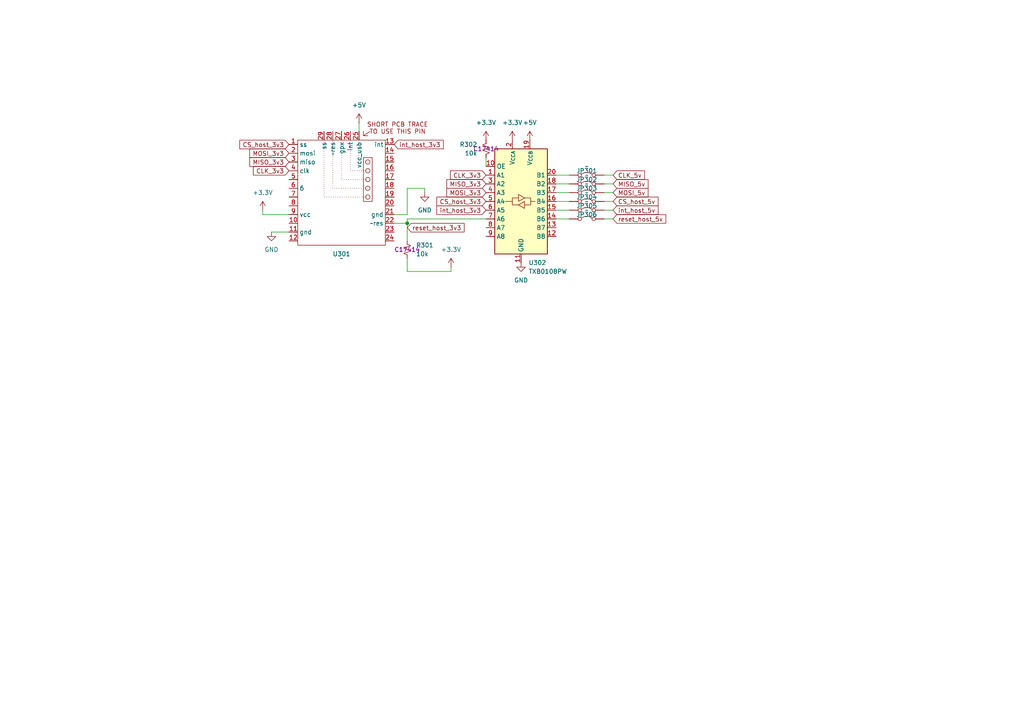
<source format=kicad_sch>
(kicad_sch (version 20250114) (generator "eeschema") (generator_version "9.0")
  (paper "A4")
  (lib_symbols
    (symbol "Device:R_Small_US" (pin_numbers (hide yes)) (pin_names (offset 0.254) (hide yes))
      (property "Reference" "R" (at 0.762 0.508 0))
      (property "Value" "R_Small_US" (at 0.762 -1.016 0))
      (symbol "R_Small_US_1_1"
        (polyline (pts (xy 0 1.524) (xy 1.016 1.143) (xy 0 0.762) (xy -1.016 0.381) (xy 0 0)))
        (polyline (pts (xy 0 0) (xy 1.016 -0.381) (xy 0 -0.762) (xy -1.016 -1.143) (xy 0 -1.524)))
        (pin passive line (at 0 2.54 270) (length 1.016) (name "~") (number "1"))
        (pin passive line (at 0 -2.54 90) (length 1.016) (name "~") (number "2"))
      )
    )
    (symbol "Jumper:Jumper_2_Bridged" (pin_numbers (hide yes)) (pin_names (offset 0) (hide yes))
      (property "Reference" "JP" (at 0 1.905 0))
      (property "Value" "Jumper_2_Bridged" (at 0 -2.54 0))
      (symbol "Jumper_2_Bridged_0_0"
        (circle (center -2.032 0) (radius 0.508))
        (circle (center 2.032 0) (radius 0.508))
      )
      (symbol "Jumper_2_Bridged_0_1"
        (arc (start -1.524 0.254) (mid 0 0.762) (end 1.524 0.254))
      )
      (symbol "Jumper_2_Bridged_1_1"
        (pin passive line (at -5.08 0 0) (length 2.54) (name "A") (number "1"))
        (pin passive line (at 5.08 0 180) (length 2.54) (name "B") (number "2"))
      )
    )
    (symbol "Logic_LevelTranslator:TXB0108PW"
      (property "Reference" "U" (at -6.35 16.51 0))
      (property "Value" "TXB0108PW" (at 3.81 16.51 0))
      (symbol "TXB0108PW_0_1"
        (rectangle (start -7.62 15.24) (end 7.62 -15.24) (stroke (width 0.254)) (fill (type background)))
        (polyline (pts (xy -2.54 0) (xy -2.54 1.016) (xy -0.762 1.016)))
        (polyline (pts (xy -0.762 -1.016) (xy -2.54 -1.016) (xy -2.54 0) (xy -4.572 0)))
        (polyline (pts (xy -0.762 -1.016) (xy 1.016 0) (xy 1.016 -2.032) (xy -0.762 -1.016)))
        (polyline (pts (xy 1.016 1.016) (xy -0.762 0) (xy -0.762 2.032) (xy 1.016 1.016)))
        (polyline (pts (xy 1.016 1.016) (xy 2.794 1.016) (xy 2.794 0) (xy 4.064 0)))
        (polyline (pts (xy 2.794 0) (xy 2.794 -1.016) (xy 1.016 -1.016)))
      )
      (symbol "TXB0108PW_1_1"
        (pin input line (at -10.16 10.16 0) (length 2.54) (name "OE") (number "10"))
        (pin bidirectional line (at -10.16 7.62 0) (length 2.54) (name "A1") (number "1"))
        (pin bidirectional line (at -10.16 5.08 0) (length 2.54) (name "A2") (number "3"))
        (pin bidirectional line (at -10.16 2.54 0) (length 2.54) (name "A3") (number "4"))
        (pin bidirectional line (at -10.16 0 0) (length 2.54) (name "A4") (number "5"))
        (pin bidirectional line (at -10.16 -2.54 0) (length 2.54) (name "A5") (number "6"))
        (pin bidirectional line (at -10.16 -5.08 0) (length 2.54) (name "A6") (number "7"))
        (pin bidirectional line (at -10.16 -7.62 0) (length 2.54) (name "A7") (number "8"))
        (pin bidirectional line (at -10.16 -10.16 0) (length 2.54) (name "A8") (number "9"))
        (pin power_in line (at -2.54 17.78 270) (length 2.54) (name "V_{CCA}") (number "2"))
        (pin power_in line (at 0 -17.78 90) (length 2.54) (name "GND") (number "11"))
        (pin power_in line (at 2.54 17.78 270) (length 2.54) (name "V_{CCB}") (number "19"))
        (pin bidirectional line (at 10.16 7.62 180) (length 2.54) (name "B1") (number "20"))
        (pin bidirectional line (at 10.16 5.08 180) (length 2.54) (name "B2") (number "18"))
        (pin bidirectional line (at 10.16 2.54 180) (length 2.54) (name "B3") (number "17"))
        (pin bidirectional line (at 10.16 0 180) (length 2.54) (name "B4") (number "16"))
        (pin bidirectional line (at 10.16 -2.54 180) (length 2.54) (name "B5") (number "15"))
        (pin bidirectional line (at 10.16 -5.08 180) (length 2.54) (name "B6") (number "14"))
        (pin bidirectional line (at 10.16 -7.62 180) (length 2.54) (name "B7") (number "13"))
        (pin bidirectional line (at 10.16 -10.16 180) (length 2.54) (name "B8") (number "12"))
      )
    )
    (symbol "modules_symbols:max_3421e_ali_board"
      (property "Reference" "U" (at 4.572 -9.144 0))
      (symbol "max_3421e_ali_board_0_1"
        (rectangle (start -2.54 7.62) (end 22.86 -22.86))
        (rectangle (start 16.51 2.54) (end 19.05 -10.16))
        (polyline (pts (xy 18.415 10.16) (xy 16.51 8.89) (xy 16.51 10.16) (xy 16.51 8.89) (xy 17.78 8.89)))
      )
      (symbol "max_3421e_ali_board_1_1"
        (polyline (pts (xy 5.08 7.62) (xy 5.08 -8.89) (xy 17.78 -8.89)) (stroke (width 0) (type dot)))
        (polyline (pts (xy 10.16 7.62) (xy 10.16 -3.81) (xy 17.78 -3.81)) (stroke (width 0) (type dot)))
        (polyline (pts (xy 12.7 7.62) (xy 12.7 -1.27) (xy 17.78 -1.27)) (stroke (width 0) (type dot)))
        (polyline (pts (xy 17.78 1.27) (xy 15.24 1.27) (xy 15.24 7.62)) (stroke (width 0) (type dot)))
        (circle (center 17.78 1.27) (radius 0.635))
        (circle (center 17.78 -1.27) (radius 0.635))
        (circle (center 17.78 -3.81) (radius 0.635))
        (polyline (pts (xy 17.78 -6.35) (xy 8.89 -6.35) (xy 7.62 -6.35) (xy 7.62 7.62)) (stroke (width 0) (type dot)))
        (circle (center 17.78 -6.35) (radius 0.635))
        (circle (center 17.78 -8.89) (radius 0.635))
        (text "SHORT PCB TRACE\nTO USE THIS PIN" (at 26.416 11.176 0) (effects (font (size 1.27 1.27))))
        (pin input line (at -5.08 6.35 0) (length 2.54) (name "ss") (number "1"))
        (pin input line (at -5.08 3.81 0) (length 2.54) (name "mosi") (number "2"))
        (pin input line (at -5.08 1.27 0) (length 2.54) (name "miso") (number "3"))
        (pin input line (at -5.08 -1.27 0) (length 2.54) (name "clk") (number "4"))
        (pin input line (at -5.08 -3.81 0) (length 2.54) (name "") (number "5"))
        (pin input line (at -5.08 -6.35 0) (length 2.54) (name "6") (number "6"))
        (pin input line (at -5.08 -8.89 0) (length 2.54) (name "") (number "7"))
        (pin input line (at -5.08 -11.43 0) (length 2.54) (name "") (number "8"))
        (pin input line (at -5.08 -13.97 0) (length 2.54) (name "vcc") (number "9"))
        (pin input line (at -5.08 -16.51 0) (length 2.54) (name "") (number "10"))
        (pin input line (at -5.08 -19.05 0) (length 2.54) (name "gnd") (number "11"))
        (pin input line (at -5.08 -21.59 0) (length 2.54) (name "") (number "12"))
        (pin input line (at 5.08 10.16 270) (length 2.54) (name "ss") (number "29"))
        (pin input line (at 7.62 10.16 270) (length 2.54) (name "~res") (number "28"))
        (pin input line (at 10.16 10.16 270) (length 2.54) (name "gpx") (number "27"))
        (pin input line (at 12.7 10.16 270) (length 2.54) (name "int") (number "26"))
        (pin input line (at 15.24 10.16 270) (length 2.54) (name "vcc_usb") (number "25"))
        (pin input line (at 25.4 6.35 180) (length 2.54) (name "int") (number "13"))
        (pin input line (at 25.4 3.81 180) (length 2.54) (name "") (number "14"))
        (pin input line (at 25.4 1.27 180) (length 2.54) (name "") (number "15"))
        (pin input line (at 25.4 -1.27 180) (length 2.54) (name "") (number "16"))
        (pin input line (at 25.4 -3.81 180) (length 2.54) (name "") (number "17"))
        (pin input line (at 25.4 -6.35 180) (length 2.54) (name "") (number "18"))
        (pin input line (at 25.4 -8.89 180) (length 2.54) (name "") (number "19"))
        (pin input line (at 25.4 -11.43 180) (length 2.54) (name "") (number "20"))
        (pin input line (at 25.4 -13.97 180) (length 2.54) (name "gnd") (number "21"))
        (pin input line (at 25.4 -16.51 180) (length 2.54) (name "~res") (number "22"))
        (pin input line (at 25.4 -19.05 180) (length 2.54) (name "") (number "23"))
        (pin input line (at 25.4 -21.59 180) (length 2.54) (name "") (number "24"))
      )
    )
    (symbol "power:+3.3V" (power) (pin_numbers (hide yes)) (pin_names (offset 0) (hide yes))
      (property "Value" "+3.3V" (at 0 3.556 0))
      (symbol "+3.3V_0_1"
        (polyline (pts (xy -0.762 1.27) (xy 0 2.54)))
        (polyline (pts (xy 0 2.54) (xy 0.762 1.27)))
        (polyline (pts (xy 0 0) (xy 0 2.54)))
      )
      (symbol "+3.3V_1_1"
        (pin power_in line (at 0 0 90) (length 0) (name "~") (number "1"))
      )
    )
    (symbol "power:+5V" (power) (pin_numbers (hide yes)) (pin_names (offset 0) (hide yes))
      (property "Value" "+5V" (at 0 3.556 0))
      (symbol "+5V_0_1"
        (polyline (pts (xy -0.762 1.27) (xy 0 2.54)))
        (polyline (pts (xy 0 2.54) (xy 0.762 1.27)))
        (polyline (pts (xy 0 0) (xy 0 2.54)))
      )
      (symbol "+5V_1_1"
        (pin power_in line (at 0 0 90) (length 0) (name "~") (number "1"))
      )
    )
    (symbol "power:GND" (power) (pin_numbers (hide yes)) (pin_names (offset 0) (hide yes))
      (property "Value" "GND" (at 0 -3.81 0))
      (symbol "GND_0_1"
        (polyline (pts (xy 0 0) (xy 0 -1.27) (xy 1.27 -1.27) (xy 0 -2.54) (xy -1.27 -1.27) (xy 0 -1.27)))
      )
      (symbol "GND_1_1"
        (pin power_in line (at 0 0 270) (length 0) (name "~") (number "1"))
      )
    )
  )
  (junction (at 118.11 64.77))
  (wire (pts (xy 165.1 58.42) (xy 161.29 58.42)))
  (wire (pts (xy 130.81 77.47) (xy 130.81 78.74)))
  (wire (pts (xy 165.1 53.34) (xy 161.29 53.34)))
  (wire (pts (xy 177.8 58.42) (xy 175.26 58.42)))
  (wire (pts (xy 76.2 60.96) (xy 76.2 62.23)))
  (wire (pts (xy 177.8 53.34) (xy 175.26 53.34)))
  (wire (pts (xy 118.11 63.5) (xy 140.97 63.5)))
  (wire (pts (xy 177.8 55.88) (xy 175.26 55.88)))
  (wire (pts (xy 118.11 69.85) (xy 118.11 64.77)))
  (wire (pts (xy 76.2 62.23) (xy 83.82 62.23)))
  (wire (pts (xy 165.1 63.5) (xy 161.29 63.5)))
  (wire (pts (xy 118.11 74.93) (xy 118.11 78.74)))
  (wire (pts (xy 118.11 54.61) (xy 118.11 62.23)))
  (wire (pts (xy 118.11 62.23) (xy 114.3 62.23)))
  (wire (pts (xy 177.8 63.5) (xy 175.26 63.5)))
  (wire (pts (xy 177.8 60.96) (xy 175.26 60.96)))
  (wire (pts (xy 140.97 45.72) (xy 140.97 48.26)))
  (wire (pts (xy 123.19 55.88) (xy 123.19 54.61)))
  (wire (pts (xy 165.1 60.96) (xy 161.29 60.96)))
  (wire (pts (xy 118.11 64.77) (xy 114.3 64.77)))
  (wire (pts (xy 118.11 63.5) (xy 118.11 64.77)))
  (wire (pts (xy 165.1 50.8) (xy 161.29 50.8)))
  (wire (pts (xy 104.14 35.56) (xy 104.14 38.1)))
  (wire (pts (xy 118.11 78.74) (xy 130.81 78.74)))
  (wire (pts (xy 123.19 54.61) (xy 118.11 54.61)))
  (wire (pts (xy 177.8 50.8) (xy 175.26 50.8)))
  (wire (pts (xy 165.1 55.88) (xy 161.29 55.88)))
  (wire (pts (xy 78.74 67.31) (xy 83.82 67.31)))
  (global_label "MOSI_3v3" (shape input) (at 140.97 55.88 180) (property "Intersheetrefs" "${INTERSHEET_REFS}" (effects (hide yes))))
  (global_label "MOSI_5v" (shape input) (at 177.8 55.88 0) (property "Intersheetrefs" "${INTERSHEET_REFS}" (effects (hide yes))))
  (global_label "CLK_3v3" (shape input) (at 140.97 50.8 180) (property "Intersheetrefs" "${INTERSHEET_REFS}" (effects (hide yes))))
  (global_label "reset_host_3v3" (shape input) (at 118.11 66.04 0) (property "Intersheetrefs" "${INTERSHEET_REFS}" (effects (hide yes))))
  (global_label "CS_host_3v3" (shape input) (at 140.97 58.42 180) (property "Intersheetrefs" "${INTERSHEET_REFS}" (effects (hide yes))))
  (global_label "MOSI_3v3" (shape input) (at 83.82 44.45 180) (property "Intersheetrefs" "${INTERSHEET_REFS}" (effects (hide yes))))
  (global_label "MISO_3v3" (shape input) (at 83.82 46.99 180) (property "Intersheetrefs" "${INTERSHEET_REFS}" (effects (hide yes))))
  (global_label "CLK_5v" (shape input) (at 177.8 50.8 0) (property "Intersheetrefs" "${INTERSHEET_REFS}" (effects (hide yes))))
  (global_label "reset_host_5v" (shape input) (at 177.8 63.5 0) (property "Intersheetrefs" "${INTERSHEET_REFS}" (effects (hide yes))))
  (global_label "CS_host_5v" (shape input) (at 177.8 58.42 0) (property "Intersheetrefs" "${INTERSHEET_REFS}" (effects (hide yes))))
  (global_label "int_host_5v" (shape input) (at 177.8 60.96 0) (property "Intersheetrefs" "${INTERSHEET_REFS}" (effects (hide yes))))
  (global_label "int_host_3v3" (shape input) (at 114.3 41.91 0) (property "Intersheetrefs" "${INTERSHEET_REFS}" (effects (hide yes))))
  (global_label "int_host_3v3" (shape input) (at 140.97 60.96 180) (property "Intersheetrefs" "${INTERSHEET_REFS}" (effects (hide yes))))
  (global_label "CS_host_3v3" (shape input) (at 83.82 41.91 180) (property "Intersheetrefs" "${INTERSHEET_REFS}" (effects (hide yes))))
  (global_label "MISO_3v3" (shape input) (at 140.97 53.34 180) (property "Intersheetrefs" "${INTERSHEET_REFS}" (effects (hide yes))))
  (global_label "MISO_5v" (shape input) (at 177.8 53.34 0) (property "Intersheetrefs" "${INTERSHEET_REFS}" (effects (hide yes))))
  (global_label "CLK_3v3" (shape input) (at 83.82 49.53 180) (property "Intersheetrefs" "${INTERSHEET_REFS}" (effects (hide yes))))
  (symbol (lib_id "power:GND") (at 123.19 55.88 0) (unit 1)
    (property "Reference" "#PWR0304" (effects (hide yes)))
    (property "Value" "GND" (at 123.19 60.96 0))
    (property "Description" "Power symbol creates a global label with name \"GND\" , ground" (effects (hide yes)))
  )
  (symbol (lib_id "Jumper:Jumper_2_Bridged") (at 170.18 55.88 0) (unit 1)
    (property "Reference" "JP303" (at 170.18 54.61 0))
    (property "Value" "~" (at 170.18 53.34 0))
    (property "Footprint" "Jumper:SolderJumper-2_P1.3mm_Bridged_RoundedPad1.0x1.5mm" (effects (hide yes)))
    (property "Description" "Jumper, 2-pole, closed/bridged" (effects (hide yes)))
  )
  (symbol (lib_id "power:+5V") (at 153.67 40.64 0) (unit 1)
    (property "Reference" "#PWR0309" (effects (hide yes)))
    (property "Value" "+5V" (at 153.67 35.56 0))
    (property "Description" "Power symbol creates a global label with name \"+5V\"" (effects (hide yes)))
  )
  (symbol (lib_id "power:+5V") (at 104.14 35.56 0) (unit 1)
    (property "Reference" "#PWR0303" (effects (hide yes)))
    (property "Value" "+5V" (at 104.14 30.48 0))
    (property "Description" "Power symbol creates a global label with name \"+5V\"" (effects (hide yes)))
  )
  (symbol (lib_id "Jumper:Jumper_2_Bridged") (at 170.18 58.42 0) (unit 1)
    (property "Reference" "JP304" (at 170.18 57.15 0))
    (property "Value" "~" (at 170.18 55.88 0))
    (property "Footprint" "Jumper:SolderJumper-2_P1.3mm_Bridged_RoundedPad1.0x1.5mm" (effects (hide yes)))
    (property "Description" "Jumper, 2-pole, closed/bridged" (effects (hide yes)))
  )
  (symbol (lib_id "Jumper:Jumper_2_Bridged") (at 170.18 53.34 0) (unit 1)
    (property "Reference" "JP302" (at 170.18 52.07 0))
    (property "Value" "~" (at 170.18 50.8 0))
    (property "Footprint" "Jumper:SolderJumper-2_P1.3mm_Bridged_RoundedPad1.0x1.5mm" (effects (hide yes)))
    (property "Description" "Jumper, 2-pole, closed/bridged" (effects (hide yes)))
  )
  (symbol (lib_id "power:+3.3V") (at 140.97 40.64 0) (unit 1)
    (property "Reference" "#PWR0306" (effects (hide yes)))
    (property "Value" "+3.3V" (at 140.97 35.56 0))
    (property "Description" "Power symbol creates a global label with name \"+3.3V\"" (effects (hide yes)))
  )
  (symbol (lib_id "power:+3.3V") (at 148.59 40.64 0) (unit 1)
    (property "Reference" "#PWR0307" (effects (hide yes)))
    (property "Value" "+3.3V" (at 148.59 35.56 0))
    (property "Description" "Power symbol creates a global label with name \"+3.3V\"" (effects (hide yes)))
  )
  (symbol (lib_id "Jumper:Jumper_2_Bridged") (at 170.18 60.96 0) (unit 1)
    (property "Reference" "JP305" (at 170.18 59.69 0))
    (property "Value" "~" (at 170.18 58.42 0))
    (property "Footprint" "Jumper:SolderJumper-2_P1.3mm_Bridged_RoundedPad1.0x1.5mm" (effects (hide yes)))
    (property "Description" "Jumper, 2-pole, closed/bridged" (effects (hide yes)))
  )
  (symbol (lib_id "Device:R_Small_US") (at 140.97 43.18 0) (mirror y) (unit 1)
    (property "Reference" "R302" (at 138.43 41.9099 0) (effects (justify left)))
    (property "Value" "10k" (at 138.43 44.4499 0) (effects (justify left)))
    (property "Footprint" "Resistor_SMD:R_0805_2012Metric_Pad1.20x1.40mm_HandSolder" (effects (hide yes)))
    (property "Description" "Resistor, small US symbol" (effects (hide yes)))
    (property "LCSC PN" "C17414" (at 140.97 43.18 0))
  )
  (symbol (lib_id "Jumper:Jumper_2_Bridged") (at 170.18 50.8 0) (unit 1)
    (property "Reference" "JP301" (at 170.18 49.53 0))
    (property "Value" "~" (at 170.18 48.26 0))
    (property "Footprint" "Jumper:SolderJumper-2_P1.3mm_Bridged_RoundedPad1.0x1.5mm" (effects (hide yes)))
    (property "Description" "Jumper, 2-pole, closed/bridged" (effects (hide yes)))
  )
  (symbol (lib_id "power:+3.3V") (at 130.81 77.47 0) (unit 1)
    (property "Reference" "#PWR0305" (effects (hide yes)))
    (property "Value" "+3.3V" (at 130.81 72.39 0))
    (property "Description" "Power symbol creates a global label with name \"+3.3V\"" (effects (hide yes)))
  )
  (symbol (lib_id "Device:R_Small_US") (at 118.11 72.39 180) (unit 1)
    (property "Reference" "R301" (at 120.65 71.1199 0) (effects (justify right)))
    (property "Value" "10k" (at 120.65 73.6599 0) (effects (justify right)))
    (property "Footprint" "Resistor_SMD:R_0805_2012Metric_Pad1.20x1.40mm_HandSolder" (effects (hide yes)))
    (property "Description" "Resistor, small US symbol" (effects (hide yes)))
    (property "LCSC PN" "C17414" (at 118.11 72.39 0))
  )
  (symbol (lib_id "power:GND") (at 151.13 76.2 0) (unit 1)
    (property "Reference" "#PWR0308" (effects (hide yes)))
    (property "Value" "GND" (at 151.13 81.28 0))
    (property "Description" "Power symbol creates a global label with name \"GND\" , ground" (effects (hide yes)))
  )
  (symbol (lib_id "power:+3.3V") (at 76.2 60.96 0) (unit 1)
    (property "Reference" "#PWR0301" (effects (hide yes)))
    (property "Value" "+3.3V" (at 76.2 55.88 0))
    (property "Description" "Power symbol creates a global label with name \"+3.3V\"" (effects (hide yes)))
  )
  (symbol (lib_id "modules_symbols:max_3421e_ali_board") (at 88.9 48.26 0) (unit 1)
    (property "Reference" "U301" (at 99.06 73.66 0))
    (property "Value" "~" (at 99.06 74.93 0))
    (property "Footprint" "my_footprints:max3421_ali_board" (effects (hide yes)))
  )
  (symbol (lib_id "power:GND") (at 78.74 67.31 0) (unit 1)
    (property "Reference" "#PWR0302" (effects (hide yes)))
    (property "Value" "GND" (at 78.74 72.39 0))
    (property "Description" "Power symbol creates a global label with name \"GND\" , ground" (effects (hide yes)))
  )
  (symbol (lib_id "Jumper:Jumper_2_Bridged") (at 170.18 63.5 0) (unit 1)
    (property "Reference" "JP306" (at 170.18 62.23 0))
    (property "Value" "~" (at 170.18 60.96 0))
    (property "Footprint" "Jumper:SolderJumper-2_P1.3mm_Bridged_RoundedPad1.0x1.5mm" (effects (hide yes)))
    (property "Description" "Jumper, 2-pole, closed/bridged" (effects (hide yes)))
  )
  (symbol (lib_id "Logic_LevelTranslator:TXB0108PW") (at 151.13 58.42 0) (unit 1)
    (property "Reference" "U302" (at 153.2733 76.2 0) (effects (justify left)))
    (property "Value" "TXB0108PW" (at 153.2733 78.74 0) (effects (justify left)))
    (property "Footprint" "my_footprints:TXS0108E_pcb_module" (effects (hide yes)))
    (property "Datasheet" "http://www.ti.com/lit/ds/symlink/txb0108.pdf" (effects (hide yes)))
    (property "Description" "8-Bit Bidirectional Voltage-Level Translator, Auto Direction Sensing and ±15-kV ESD Protection, 1.2 - 3.6V APort, 1.65 - 5.5V BPort, TSSOP-20" (effects (hide yes)))
  )
)
</source>
